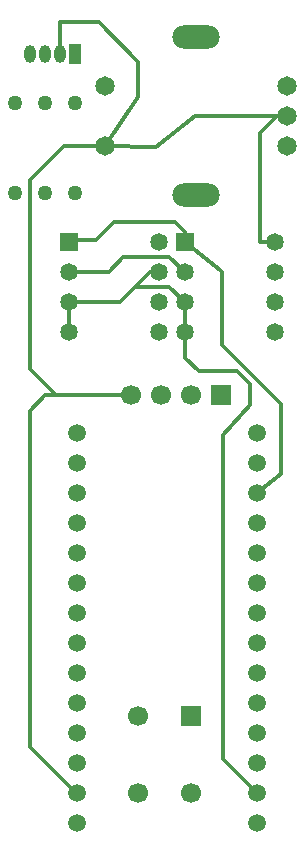
<source format=gbr>
G04 DipTrace 3.3.1.3*
G04 Bottom.gbr*
%MOIN*%
G04 #@! TF.FileFunction,Copper,L2,Bot*
G04 #@! TF.Part,Single*
G04 #@! TA.AperFunction,Conductor*
%ADD14C,0.012992*%
G04 #@! TA.AperFunction,ComponentPad*
%ADD15R,0.066929X0.066929*%
%ADD16C,0.066929*%
%ADD17C,0.059055*%
%ADD18C,0.05*%
%ADD19C,0.05*%
%ADD20C,0.064961*%
%ADD21O,0.15748X0.07874*%
%ADD22O,0.03937X0.059055*%
%ADD23R,0.041339X0.066929*%
%ADD25R,0.0585X0.0585*%
%ADD26C,0.0585*%
%FSLAX26Y26*%
G04*
G70*
G90*
G75*
G01*
G04 Bottom*
%LPD*%
X1018701Y2293701D2*
D14*
Y2193701D1*
Y2293701D2*
X963962Y2342357D1*
X849951D1*
X801295Y2293701D1*
X631201D1*
X1256202Y656202D2*
X1143702Y768702D1*
Y1847560D1*
X1234080Y1947912D1*
Y2018370D1*
X1191244Y2061206D1*
X1063697D1*
X1018701Y2106202D1*
Y2193701D1*
X631201Y2293701D2*
Y2193701D1*
Y2293701D2*
X799951D1*
X899951Y2393701D1*
X931201D1*
X1356201Y2912450D2*
X1049951D1*
X920278Y2807774D1*
X749902Y2814025D1*
X1318701Y2493701D2*
X1268766D1*
Y2856265D1*
X1324951Y2912450D1*
X1356201D1*
X749902Y2814025D2*
X614026D1*
X499951Y2699950D1*
Y2068701D1*
X587451Y1981201D1*
X549951D1*
X837451D1*
X656202Y656202D2*
Y651280D1*
X499182Y808299D1*
Y1930432D1*
X549951Y1981201D1*
X599951Y3118699D2*
Y3224950D1*
X731202D1*
X862453Y3093699D1*
Y2974950D1*
X749902Y2814025D1*
X1018701Y2393701D2*
X962717Y2443465D1*
X812453D1*
X762689Y2393701D1*
X631201D1*
X1256202Y1656201D2*
X1260094Y1658073D1*
X1338535Y1719550D1*
Y1952406D1*
X1141379Y2149562D1*
Y2391072D1*
X1135686Y2399951D1*
X1018701Y2493701D1*
Y2524951D1*
X983289Y2560364D1*
X781201D1*
X720787Y2499950D1*
X634736D1*
X631201Y2493701D1*
D15*
X1137451Y1981201D3*
D16*
X1037451D3*
X937451D3*
X837451D3*
D17*
X656202Y556202D3*
Y656202D3*
Y756201D3*
Y856202D3*
Y956202D3*
Y1056201D3*
Y1156202D3*
Y1256202D3*
Y1356201D3*
Y1456202D3*
Y1556202D3*
Y1656201D3*
X1256202Y556202D3*
Y656202D3*
Y756201D3*
Y856202D3*
Y956202D3*
Y1056201D3*
Y1156202D3*
Y1256202D3*
Y1356201D3*
Y1456202D3*
Y1556202D3*
Y1656201D3*
X656202Y1756202D3*
Y1856202D3*
X1256202Y1756202D3*
Y1856202D3*
D18*
X649951Y2956201D3*
D19*
Y2656201D3*
D18*
X549953Y2956201D3*
D19*
Y2656201D3*
D18*
X449951Y2956201D3*
D19*
Y2656201D3*
D20*
X1356201Y2912450D3*
Y3010875D3*
Y2814025D3*
X749902D3*
Y3010875D3*
D21*
X1053051Y3176230D3*
Y2648671D3*
D22*
X499952Y3118699D3*
X599952D3*
D23*
X649952D3*
D22*
X549952D3*
D15*
X1037451Y912450D3*
D16*
X860286D3*
Y656545D3*
X1037451D3*
D25*
X1018701Y2493701D3*
D26*
Y2393701D3*
Y2293701D3*
Y2193701D3*
X1318701D3*
Y2293701D3*
Y2393701D3*
Y2493701D3*
D25*
X631201D3*
D26*
Y2393701D3*
Y2293701D3*
Y2193701D3*
X931201D3*
Y2293701D3*
Y2393701D3*
Y2493701D3*
M02*

</source>
